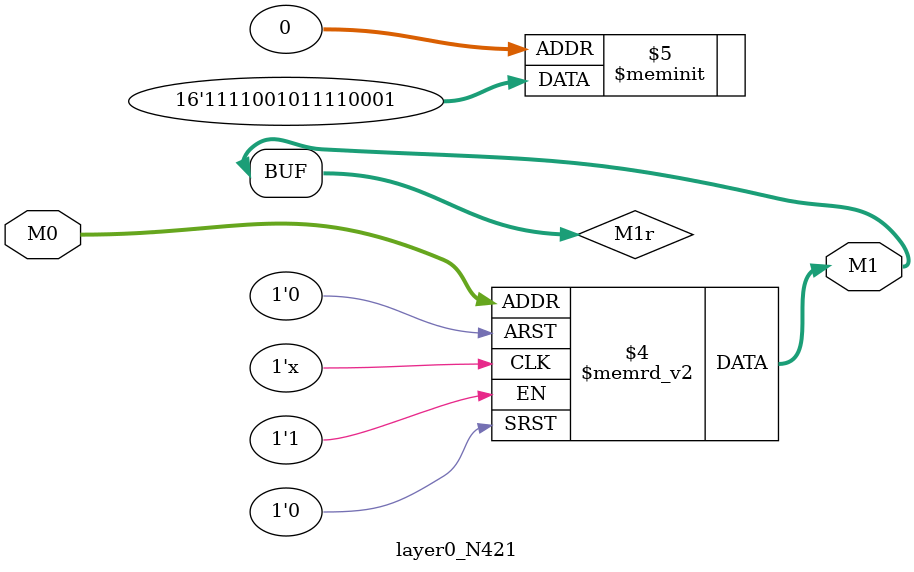
<source format=v>
module layer0_N421 ( input [2:0] M0, output [1:0] M1 );

	(*rom_style = "distributed" *) reg [1:0] M1r;
	assign M1 = M1r;
	always @ (M0) begin
		case (M0)
			3'b000: M1r = 2'b01;
			3'b100: M1r = 2'b10;
			3'b010: M1r = 2'b11;
			3'b110: M1r = 2'b11;
			3'b001: M1r = 2'b00;
			3'b101: M1r = 2'b00;
			3'b011: M1r = 2'b11;
			3'b111: M1r = 2'b11;

		endcase
	end
endmodule

</source>
